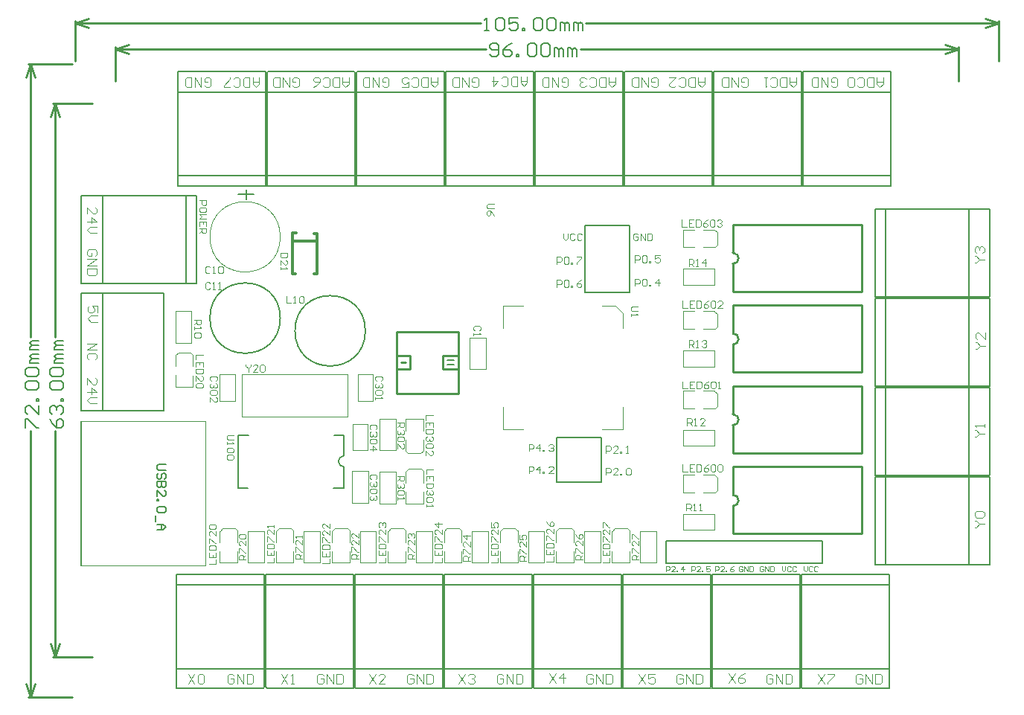
<source format=gto>
%FSLAX25Y25*%
%MOIN*%
G70*
G01*
G75*
G04 Layer_Color=65535*
%ADD10R,0.05512X0.04724*%
%ADD11R,0.04921X0.03543*%
%ADD12R,0.33465X0.42126*%
%ADD13R,0.12205X0.04331*%
%ADD14R,0.05906X0.03937*%
%ADD15R,0.05906X0.05906*%
%ADD16R,0.01969X0.07874*%
%ADD17O,0.01969X0.07874*%
%ADD18R,0.03937X0.05906*%
%ADD19R,0.04724X0.05512*%
%ADD20R,0.01969X0.06890*%
%ADD21O,0.01969X0.06890*%
%ADD22O,0.06890X0.01969*%
%ADD23C,0.03937*%
%ADD24C,0.01969*%
%ADD25C,0.01000*%
%ADD26C,0.02362*%
%ADD27C,0.03150*%
%ADD28C,0.01575*%
%ADD29C,0.11811*%
%ADD30C,0.05906*%
%ADD31C,0.06693*%
%ADD32R,0.07087X0.07087*%
%ADD33C,0.07874*%
%ADD34R,0.07087X0.07087*%
%ADD35C,0.07480*%
%ADD36R,0.06693X0.06693*%
%ADD37C,0.10630*%
%ADD38R,0.09843X0.09843*%
%ADD39R,0.09843X0.09843*%
%ADD40C,0.17716*%
%ADD41C,0.04724*%
%ADD42R,0.04724X0.04724*%
G04:AMPARAMS|DCode=43|XSize=98.43mil|YSize=118.11mil|CornerRadius=24.61mil|HoleSize=0mil|Usage=FLASHONLY|Rotation=90.000|XOffset=0mil|YOffset=0mil|HoleType=Round|Shape=RoundedRectangle|*
%AMROUNDEDRECTD43*
21,1,0.09843,0.06890,0,0,90.0*
21,1,0.04921,0.11811,0,0,90.0*
1,1,0.04921,0.03445,0.02461*
1,1,0.04921,0.03445,-0.02461*
1,1,0.04921,-0.03445,-0.02461*
1,1,0.04921,-0.03445,0.02461*
%
%ADD43ROUNDEDRECTD43*%
%ADD44R,0.11811X0.09843*%
%ADD45C,0.04724*%
%ADD46R,0.04724X0.04724*%
%ADD47C,0.06200*%
%ADD48R,0.05906X0.05906*%
%ADD49C,0.01969*%
%ADD50C,0.02362*%
%ADD51R,0.02362X0.05906*%
%ADD52R,0.04724X0.03937*%
%ADD53R,0.04724X0.03543*%
%ADD54R,0.05118X0.03543*%
%ADD55C,0.00787*%
%ADD56C,0.00394*%
%ADD57C,0.00400*%
%ADD58C,0.00500*%
%ADD59C,0.01200*%
%ADD60C,0.00591*%
%ADD61C,0.00600*%
%ADD62C,0.00236*%
D25*
X487500Y260500D02*
G03*
X487500Y265500I0J2500D01*
G01*
Y369000D02*
G03*
X487500Y374000I0J2500D01*
G01*
Y296667D02*
G03*
X487500Y301667I0J2500D01*
G01*
Y332833D02*
G03*
X487500Y337833I0J2500D01*
G01*
X606386Y459858D02*
Y477969D01*
X193000Y459858D02*
Y477969D01*
X421686Y476968D02*
X606386D01*
X193000D02*
X374500D01*
X600386Y478968D02*
X606386Y476968D01*
X600386Y474968D02*
X606386Y476968D01*
X193000D02*
X199000Y474968D01*
X193000Y476968D02*
X199000Y478968D01*
X171835Y175000D02*
X191606D01*
X171835Y458465D02*
X191606D01*
X172835Y175000D02*
Y294039D01*
Y336226D02*
Y458465D01*
Y175000D02*
X174835Y181000D01*
X170835D02*
X172835Y175000D01*
X170835Y452465D02*
X172835Y458465D01*
X174835Y452465D01*
X588669Y451006D02*
Y466354D01*
X210717Y451006D02*
Y466354D01*
X419187Y465354D02*
X588669D01*
X210717D02*
X376999D01*
X582669Y467354D02*
X588669Y465354D01*
X582669Y463354D02*
X588669Y465354D01*
X210717D02*
X216717Y463354D01*
X210717Y465354D02*
X216717Y467354D01*
X182858Y192717D02*
X200458D01*
X182858Y440748D02*
X200458D01*
X183858Y192717D02*
Y294039D01*
Y336226D02*
Y440748D01*
Y192717D02*
X185858Y198716D01*
X181858D02*
X183858Y192717D01*
X181858Y434748D02*
X183858Y440748D01*
X185858Y434748D01*
X357669Y321827D02*
X364559D01*
X357669D02*
Y327732D01*
X364559D01*
X342905Y321827D02*
Y327732D01*
X337000Y321827D02*
X342905D01*
X337000Y327732D02*
X342905D01*
X338968Y324780D02*
X340937D01*
X337000Y311000D02*
X364559D01*
Y338559D01*
X337000Y311000D02*
Y338559D01*
Y338559D02*
X364559Y338559D01*
X487500Y258256D02*
Y260500D01*
Y265500D02*
Y267744D01*
Y267370D02*
Y278098D01*
Y248177D02*
Y251740D01*
Y258807D01*
Y248177D02*
X545374D01*
X487500Y278098D02*
X545374Y278098D01*
Y248177D02*
Y277980D01*
X487500Y366756D02*
Y369000D01*
Y374000D02*
Y376244D01*
Y375870D02*
Y386598D01*
Y356677D02*
Y360240D01*
Y367307D01*
Y356677D02*
X545374D01*
X487500Y386598D02*
X545374Y386598D01*
Y356677D02*
Y386480D01*
X487500Y294422D02*
Y296667D01*
Y301667D02*
Y303911D01*
Y303537D02*
Y314265D01*
Y284344D02*
Y287907D01*
Y294974D01*
Y284344D02*
X545374D01*
X487500Y314265D02*
X545374Y314265D01*
Y284344D02*
Y314147D01*
X487500Y330589D02*
Y332833D01*
Y337833D02*
Y340077D01*
Y339703D02*
Y350432D01*
Y320510D02*
Y324073D01*
Y331140D01*
Y320510D02*
X545374D01*
X487500Y350432D02*
X545374Y350432D01*
Y320510D02*
Y350313D01*
D55*
X284732Y344685D02*
G03*
X284732Y344685I-15748J0D01*
G01*
X322843Y339000D02*
G03*
X322843Y339000I-15748J0D01*
G01*
X313354Y283012D02*
G03*
X313354Y278012I0J-2500D01*
G01*
X269394Y397827D02*
Y402315D01*
X265968Y400307D02*
X272858D01*
X518815Y408465D02*
X558185D01*
X518815Y403740D02*
Y445866D01*
Y403740D02*
X558185D01*
Y445866D01*
X518815D02*
X558185D01*
X478815Y445866D02*
X518185D01*
Y403740D02*
Y445866D01*
X478815Y403740D02*
X518185D01*
X478815D02*
Y445866D01*
Y408465D02*
X518185D01*
X438815D02*
X478185D01*
X438815Y403740D02*
Y445866D01*
Y403740D02*
X478185D01*
Y445866D01*
X438815D02*
X478185D01*
X398815D02*
X438185D01*
Y403740D02*
Y445866D01*
X398815Y403740D02*
X438185D01*
X398815D02*
Y445866D01*
Y408465D02*
X438185D01*
X358815D02*
X398185D01*
X358815Y403740D02*
Y445866D01*
Y403740D02*
X398185D01*
Y445866D01*
X358815D02*
X398185D01*
X318815D02*
X358185D01*
Y403740D02*
Y445866D01*
X318815Y403740D02*
X358185D01*
X318815D02*
Y445866D01*
Y408465D02*
X358185D01*
X278815D02*
X318185D01*
X278815Y403740D02*
Y445866D01*
Y403740D02*
X318185D01*
Y445866D01*
X278815D02*
X318185D01*
X238815D02*
X278185D01*
Y403740D02*
Y445866D01*
X238815Y403740D02*
X278185D01*
X238815D02*
Y445866D01*
Y408465D02*
X278185D01*
X242535Y360315D02*
Y399685D01*
X205134Y360315D02*
X247260D01*
Y399685D01*
X205134D02*
X247260D01*
X205134Y360315D02*
Y399685D01*
X238315Y187634D02*
X277685D01*
X238315D02*
Y229760D01*
X277685D01*
Y187634D02*
Y229760D01*
X238315Y225035D02*
X277685D01*
X278315D02*
X317685D01*
Y187634D02*
Y229760D01*
X278315D02*
X317685D01*
X278315Y187634D02*
Y229760D01*
Y187634D02*
X317685D01*
X318315D02*
X357685D01*
X318315D02*
Y229760D01*
X357685D01*
Y187634D02*
Y229760D01*
X318315Y225035D02*
X357685D01*
X358315D02*
X397685D01*
Y187634D02*
Y229760D01*
X358315D02*
X397685D01*
X358315Y187634D02*
Y229760D01*
Y187634D02*
X397685D01*
X398315D02*
X437685D01*
X398315D02*
Y229760D01*
X437685D01*
Y187634D02*
Y229760D01*
X398315Y225035D02*
X437685D01*
X438315D02*
X477685D01*
Y187634D02*
Y229760D01*
X438315D02*
X477685D01*
X438315Y187634D02*
Y229760D01*
Y187634D02*
X477685D01*
X478315D02*
X517685D01*
X478315D02*
Y229760D01*
X517685D01*
Y187634D02*
Y229760D01*
X478315Y225035D02*
X517685D01*
X518315D02*
X557685D01*
Y187634D02*
Y229760D01*
X518315D02*
X557685D01*
X518315Y187634D02*
Y229760D01*
Y187634D02*
X557685D01*
X593366Y234315D02*
Y273685D01*
X551240Y234315D02*
X593366D01*
X551240D02*
Y273685D01*
X593366D01*
X555965Y234315D02*
Y273685D01*
X555965Y274315D02*
Y313685D01*
X551240D02*
X593366D01*
X551240Y274315D02*
Y313685D01*
Y274315D02*
X593366D01*
Y313685D01*
Y314315D02*
Y353685D01*
X551240Y314315D02*
X593366D01*
X551240D02*
Y353685D01*
X593366D01*
X555965Y314315D02*
Y353685D01*
X555965Y354315D02*
Y393685D01*
X551240D02*
X593366D01*
X551240Y354315D02*
Y393685D01*
Y354315D02*
X593366D01*
Y393685D01*
X205134Y303126D02*
X232693D01*
X205134Y355882D02*
X232693D01*
X205134Y303126D02*
Y355882D01*
X232693Y303126D02*
Y355882D01*
X313354Y283154D02*
Y292323D01*
X308890D02*
X313354D01*
X265992D02*
X270468D01*
X265992D02*
X265992Y268701D01*
X270311D01*
X308669D02*
X313354D01*
Y268776D02*
Y278012D01*
X238315Y178976D02*
Y187634D01*
Y178976D02*
X277252D01*
X277685Y179409D02*
Y187634D01*
X277252Y178976D02*
X277685Y179409D01*
X278315Y179488D02*
Y187634D01*
Y179488D02*
X278827Y178976D01*
X317409D01*
X317685Y179252D02*
Y187634D01*
X317409Y178976D02*
X317685Y179252D01*
X318315D02*
Y187634D01*
Y179252D02*
X318590Y178976D01*
X357685D01*
Y179095D02*
Y187634D01*
X358315Y178976D02*
Y187634D01*
Y178976D02*
X397331D01*
X397685Y179331D02*
Y187634D01*
X397331Y178976D02*
X397685Y179331D01*
X398315Y179173D02*
Y187634D01*
Y179173D02*
X398512Y178976D01*
X437685D01*
Y179173D02*
Y187634D01*
X438315Y178937D02*
Y187634D01*
Y178937D02*
X477685D01*
Y179370D02*
Y187634D01*
X478315Y178937D02*
Y187634D01*
Y178937D02*
X517410D01*
X517685Y179213D02*
Y187634D01*
X517410Y178937D02*
X517685Y179213D01*
X518315D02*
Y187634D01*
Y179213D02*
X518590Y178937D01*
X557567D01*
X557685Y179055D02*
Y187634D01*
X557567Y178937D02*
X557685Y179055D01*
X593366Y234315D02*
X602583D01*
Y273425D01*
X593366Y273685D02*
X602323D01*
X602583Y273425D01*
X593366Y274315D02*
X602291D01*
X602583Y274606D01*
Y313189D01*
X593366Y313685D02*
X602480D01*
X602583Y313583D01*
Y313189D02*
Y313583D01*
X593366Y314315D02*
X602528D01*
X602583Y314370D01*
Y353630D01*
X593366Y353685D02*
X602528D01*
X602583Y353630D01*
X593366Y354315D02*
X602370D01*
X602583Y354528D01*
Y393504D01*
X593366Y393685D02*
X602402D01*
X602583Y393504D01*
X238815Y445079D02*
Y455067D01*
X278185D01*
Y445866D02*
Y454921D01*
X278039Y455067D02*
X278185Y454921D01*
X278815Y445866D02*
Y454661D01*
X279221Y455067D01*
X317803D01*
X318185Y445866D02*
Y454685D01*
X317803Y455067D02*
X318185Y454685D01*
X318815Y445866D02*
Y454504D01*
X319378Y455067D01*
X358185D01*
Y445866D02*
Y455067D01*
X358815Y445866D02*
Y455067D01*
X398118D01*
X398185Y445866D02*
Y455000D01*
X398118Y455067D02*
X398185Y455000D01*
X398815Y445866D02*
Y455067D01*
X437882D01*
X438185Y445866D02*
Y454764D01*
X437882Y455067D02*
X438185Y454764D01*
X438815Y445866D02*
Y454819D01*
X439063Y455067D01*
X478039D01*
X478185Y445866D02*
Y454921D01*
X478039Y455067D02*
X478185Y454921D01*
X478815Y445866D02*
Y455067D01*
X518197D01*
X518185Y445866D02*
Y455055D01*
X518197Y455067D01*
X518815Y445866D02*
Y454898D01*
X518984Y455067D01*
X558185D01*
Y445866D02*
Y455067D01*
X195535Y303126D02*
X205134D01*
X195709Y355882D02*
X205134D01*
X195535Y355709D02*
X195709Y355882D01*
X195638Y360315D02*
X205134D01*
X195535Y303126D02*
Y355882D01*
X195638Y399685D02*
X205134D01*
X195638Y360315D02*
Y399685D01*
X428386Y271220D02*
Y291220D01*
X408386D02*
X428386D01*
X408386Y271220D02*
X428386D01*
X408386D02*
Y291220D01*
X421378Y375269D02*
X421378Y356102D01*
X421378Y386102D02*
X421378Y356102D01*
X441378D02*
Y386102D01*
X421378D02*
X441378D01*
X421378Y356102D02*
X441378D01*
X457441Y234764D02*
X527441D01*
Y244764D01*
X457441D02*
X527441D01*
X457441Y234764D02*
Y244764D01*
D56*
X284748Y381091D02*
G03*
X284748Y381091I-15748J0D01*
G01*
X316937Y276142D02*
X324181D01*
X316937Y262008D02*
Y276142D01*
Y262008D02*
X324181D01*
Y276142D01*
X369693Y321890D02*
X376937D01*
Y336024D01*
X369693D02*
X376937D01*
X369693Y321890D02*
Y336024D01*
X317165Y297323D02*
X323898D01*
X317165Y285472D02*
X323898D01*
Y297323D01*
X317165Y285472D02*
Y297323D01*
X265575Y235063D02*
Y240260D01*
X257701Y235063D02*
Y240307D01*
Y235063D02*
X265575D01*
X257701Y244291D02*
Y249236D01*
X265575Y244280D02*
Y249429D01*
X264547Y250468D02*
X265567Y249449D01*
X258953Y250468D02*
X264547D01*
X257772Y249287D02*
X258953Y250468D01*
X277493Y235063D02*
Y249197D01*
X270249Y235063D02*
X277493D01*
X270249D02*
Y249197D01*
X277493D01*
X290671Y235063D02*
Y240260D01*
X282797Y235063D02*
Y240307D01*
Y235063D02*
X290671D01*
X282797Y244291D02*
Y249236D01*
X290671Y244280D02*
Y249429D01*
X289643Y250468D02*
X290663Y249449D01*
X284049Y250468D02*
X289643D01*
X282868Y249287D02*
X284049Y250468D01*
X302589Y235063D02*
Y249197D01*
X295345Y235063D02*
X302589D01*
X295345D02*
Y249197D01*
X302589D01*
X315767Y235063D02*
Y240260D01*
X307893Y235063D02*
Y240307D01*
Y235063D02*
X315767D01*
X307893Y244291D02*
Y249236D01*
X315767Y244280D02*
Y249429D01*
X314739Y250468D02*
X315759Y249449D01*
X309145Y250468D02*
X314739D01*
X307964Y249287D02*
X309145Y250468D01*
X327685Y235063D02*
Y249197D01*
X320441Y235063D02*
X327685D01*
X320441D02*
Y249197D01*
X327685D01*
X340863Y235063D02*
Y240260D01*
X332989Y235063D02*
Y240307D01*
Y235063D02*
X340863D01*
X332989Y244291D02*
Y249236D01*
X340863Y244280D02*
Y249429D01*
X339835Y250468D02*
X340855Y249449D01*
X334241Y250468D02*
X339835D01*
X333060Y249287D02*
X334241Y250468D01*
X352781Y235063D02*
Y249197D01*
X345537Y235063D02*
X352781D01*
X345537D02*
Y249197D01*
X352781D01*
X365959Y235063D02*
Y240260D01*
X358085Y235063D02*
Y240307D01*
Y235063D02*
X365959D01*
X358085Y244291D02*
Y249236D01*
X365959Y244280D02*
Y249429D01*
X364932Y250468D02*
X365951Y249449D01*
X359337Y250468D02*
X364932D01*
X358156Y249287D02*
X359337Y250468D01*
X377877Y235063D02*
Y249197D01*
X370633Y235063D02*
X377877D01*
X370633D02*
Y249197D01*
X377877D01*
X391055Y235063D02*
Y240260D01*
X383181Y235063D02*
Y240307D01*
Y235063D02*
X391055D01*
X383181Y244291D02*
Y249236D01*
X391055Y244280D02*
Y249429D01*
X390027Y250468D02*
X391047Y249449D01*
X384433Y250468D02*
X390027D01*
X383252Y249287D02*
X384433Y250468D01*
X402973Y235063D02*
Y249197D01*
X395729Y235063D02*
X402973D01*
X395729D02*
Y249197D01*
X402973D01*
X416151Y235063D02*
Y240260D01*
X408277Y235063D02*
Y240307D01*
Y235063D02*
X416151D01*
X408277Y244291D02*
Y249236D01*
X416151Y244280D02*
Y249429D01*
X415124Y250468D02*
X416143Y249449D01*
X409529Y250468D02*
X415124D01*
X408348Y249287D02*
X409529Y250468D01*
X428069Y235063D02*
Y249197D01*
X420825Y235063D02*
X428069D01*
X420825D02*
Y249197D01*
X428069D01*
X245677Y313819D02*
Y319016D01*
X237803Y313819D02*
Y319063D01*
Y313819D02*
X245677D01*
X237803Y323047D02*
Y327992D01*
X245677Y323035D02*
Y328185D01*
X244650Y329224D02*
X245669Y328205D01*
X239055Y329224D02*
X244650D01*
X237874Y328043D02*
X239055Y329224D01*
X441247Y235063D02*
Y240260D01*
X433373Y235063D02*
Y240307D01*
Y235063D02*
X441247D01*
X433373Y244291D02*
Y249236D01*
X441247Y244280D02*
Y249429D01*
X440220Y250468D02*
X441239Y249449D01*
X434625Y250468D02*
X440220D01*
X433444Y249287D02*
X434625Y250468D01*
X453165Y235063D02*
Y249197D01*
X445921Y235063D02*
X453165D01*
X445921D02*
Y249197D01*
X453165D01*
X237803Y347835D02*
X237803Y333701D01*
X237803Y347835D02*
X245047D01*
X245047Y333701D02*
X245047Y347835D01*
X237803Y333701D02*
X245047D01*
X348843Y261693D02*
Y266890D01*
X340968Y261693D02*
Y266937D01*
Y261693D02*
X348843D01*
X340968Y270921D02*
Y275866D01*
X348843Y270909D02*
Y276059D01*
X347815Y277098D02*
X348835Y276079D01*
X342220Y277098D02*
X347815D01*
X341039Y275917D02*
X342220Y277098D01*
X329283Y275756D02*
X329283Y261622D01*
X329283Y275756D02*
X336528D01*
X336528Y261622D02*
X336528Y275756D01*
X329283Y261622D02*
X336528D01*
X340968Y294323D02*
Y299520D01*
X348843Y294276D02*
Y299520D01*
X340968D02*
X348843D01*
Y285347D02*
Y290291D01*
X340968Y285154D02*
Y290303D01*
X340976Y285134D02*
X341996Y284114D01*
X347591D01*
X348772Y285295D01*
X336528Y299590D02*
X336528Y285457D01*
X329283D02*
X336528D01*
X329283D02*
X329283Y299590D01*
X336528D01*
X267646Y300590D02*
X314890D01*
X267646D02*
Y319488D01*
X314890D01*
Y300590D02*
Y319488D01*
X326228Y307598D02*
Y319449D01*
X319496Y319449D02*
X319496Y307598D01*
X319496Y319449D02*
X326228Y319449D01*
X319496Y307598D02*
X326228D01*
X465055Y266584D02*
X470252D01*
X465055Y274458D02*
X470299D01*
X465055Y266584D02*
Y274458D01*
X474284D02*
X479228D01*
X474272Y266584D02*
X479421D01*
X479441Y266592D02*
X480461Y267611D01*
Y273206D01*
X479280Y274387D02*
X480461Y273206D01*
X264417Y307598D02*
Y319449D01*
X257685Y319449D02*
X257685Y307598D01*
X257685Y319449D02*
X264417Y319449D01*
X257685Y307598D02*
X264417Y307598D01*
X465055Y249772D02*
X479189D01*
X465055D02*
Y257016D01*
X479189D01*
Y249772D02*
Y257016D01*
X465055Y376457D02*
X470252D01*
X465055Y384331D02*
X470299D01*
X465055Y376457D02*
Y384331D01*
X474284D02*
X479228D01*
X474272Y376457D02*
X479421D01*
X479441Y376465D02*
X480461Y377484D01*
Y383079D01*
X479280Y384260D02*
X480461Y383079D01*
X465055Y304208D02*
X470252D01*
X465055Y312082D02*
X470299D01*
X465055Y304208D02*
Y312082D01*
X474284D02*
X479228D01*
X474272Y304208D02*
X479421D01*
X479441Y304216D02*
X480461Y305236D01*
Y310830D01*
X479280Y312011D02*
X480461Y310830D01*
X465055Y339832D02*
X470252D01*
X465055Y347706D02*
X470299D01*
X465055Y339832D02*
Y347706D01*
X474284D02*
X479228D01*
X474272Y339832D02*
X479421D01*
X479441Y339840D02*
X480461Y340860D01*
Y346454D01*
X479280Y347636D02*
X480461Y346454D01*
X465055Y359645D02*
X479189D01*
X465055D02*
Y366889D01*
X479189D01*
Y359645D02*
Y366889D01*
X465055Y287396D02*
X479189D01*
X465055D02*
Y294640D01*
X479189D01*
Y287396D02*
Y294640D01*
X465055Y323020D02*
X479189D01*
X465055D02*
Y330264D01*
X479189D01*
Y323020D02*
Y330264D01*
X428968Y350248D02*
X434874Y350248D01*
X384382D02*
X393535D01*
X384382Y340307D02*
Y350248D01*
Y294933D02*
Y304874D01*
Y294933D02*
X393535D01*
X428968D02*
X438122D01*
Y304874D01*
Y340307D02*
Y347000D01*
X434874Y350248D02*
X438122Y347000D01*
X269378Y323818D02*
Y323293D01*
X270427Y322244D01*
X271477Y323293D01*
Y323818D01*
X270427Y322244D02*
Y320669D01*
X274626D02*
X272527D01*
X274626Y322768D01*
Y323293D01*
X274101Y323818D01*
X273051D01*
X272527Y323293D01*
X275675D02*
X276200Y323818D01*
X277249D01*
X277774Y323293D01*
Y321194D01*
X277249Y320669D01*
X276200D01*
X275675Y321194D01*
Y323293D01*
X595757Y369488D02*
X596479D01*
X597922Y370931D01*
X596479Y372374D01*
X595757D01*
X597922Y370931D02*
X600087D01*
X596479Y373817D02*
X595757Y374539D01*
Y375982D01*
X596479Y376704D01*
X597200D01*
X597922Y375982D01*
Y375261D01*
Y375982D01*
X598643Y376704D01*
X599365D01*
X600087Y375982D01*
Y374539D01*
X599365Y373817D01*
X596151Y330906D02*
X596873D01*
X598316Y332349D01*
X596873Y333792D01*
X596151D01*
X598316Y332349D02*
X600480D01*
Y338121D02*
Y335235D01*
X597594Y338121D01*
X596873D01*
X596151Y337400D01*
Y335956D01*
X596873Y335235D01*
X595757Y291535D02*
X596479D01*
X597922Y292979D01*
X596479Y294422D01*
X595757D01*
X597922Y292979D02*
X600087D01*
Y295865D02*
Y297308D01*
Y296586D01*
X595757D01*
X596479Y295865D01*
X595757Y250984D02*
X596479D01*
X597922Y252427D01*
X596479Y253871D01*
X595757D01*
X597922Y252427D02*
X600087D01*
X596479Y255314D02*
X595757Y256035D01*
Y257478D01*
X596479Y258200D01*
X599365D01*
X600087Y257478D01*
Y256035D01*
X599365Y255314D01*
X596479D01*
X525677Y185235D02*
X528563Y180905D01*
Y185235D02*
X525677Y180905D01*
X530007Y185235D02*
X532893D01*
Y184513D01*
X530007Y181627D01*
Y180905D01*
X485520Y185628D02*
X488406Y181299D01*
Y185628D02*
X485520Y181299D01*
X492735Y185628D02*
X491292Y184907D01*
X489849Y183464D01*
Y182021D01*
X490571Y181299D01*
X492014D01*
X492735Y182021D01*
Y182742D01*
X492014Y183464D01*
X489849D01*
X445362Y185235D02*
X448248Y180905D01*
Y185235D02*
X445362Y180905D01*
X452578Y185235D02*
X449691D01*
Y183070D01*
X451135Y183792D01*
X451856D01*
X452578Y183070D01*
Y181627D01*
X451856Y180905D01*
X450413D01*
X449691Y181627D01*
X405205Y185628D02*
X408091Y181299D01*
Y185628D02*
X405205Y181299D01*
X411699D02*
Y185628D01*
X409534Y183464D01*
X412420D01*
X364653Y185235D02*
X367540Y180905D01*
Y185235D02*
X364653Y180905D01*
X368983Y184513D02*
X369704Y185235D01*
X371147D01*
X371869Y184513D01*
Y183792D01*
X371147Y183070D01*
X370426D01*
X371147D01*
X371869Y182349D01*
Y181627D01*
X371147Y180905D01*
X369704D01*
X368983Y181627D01*
X324496Y185235D02*
X327382Y180905D01*
Y185235D02*
X324496Y180905D01*
X331712D02*
X328825D01*
X331712Y183792D01*
Y184513D01*
X330990Y185235D01*
X329547D01*
X328825Y184513D01*
X285126Y185235D02*
X288012Y180905D01*
Y185235D02*
X285126Y180905D01*
X289455D02*
X290898D01*
X290177D01*
Y185235D01*
X289455Y184513D01*
X243394Y185235D02*
X246280Y180905D01*
Y185235D02*
X243394Y180905D01*
X247723Y184513D02*
X248445Y185235D01*
X249888D01*
X250609Y184513D01*
Y181627D01*
X249888Y180905D01*
X248445D01*
X247723Y181627D01*
Y184513D01*
X263865Y292323D02*
X261241D01*
X260717Y291798D01*
Y290749D01*
X261241Y290224D01*
X263865D01*
X260717Y289174D02*
Y288125D01*
Y288650D01*
X263865D01*
X263340Y289174D01*
Y286550D02*
X263865Y286026D01*
Y284976D01*
X263340Y284451D01*
X261241D01*
X260717Y284976D01*
Y286026D01*
X261241Y286550D01*
X263340D01*
Y283402D02*
X263865Y282877D01*
Y281827D01*
X263340Y281303D01*
X261241D01*
X260717Y281827D01*
Y282877D01*
X261241Y283402D01*
X263340D01*
X380401Y395866D02*
X377777D01*
X377252Y395341D01*
Y394292D01*
X377777Y393767D01*
X380401D01*
Y390618D02*
X379876Y391668D01*
X378826Y392718D01*
X377777D01*
X377252Y392193D01*
Y391143D01*
X377777Y390618D01*
X378302D01*
X378826Y391143D01*
Y392718D01*
X444899Y349850D02*
X442275D01*
X441750Y349325D01*
Y348276D01*
X442275Y347751D01*
X444899D01*
X441750Y346701D02*
Y345652D01*
Y346177D01*
X444899D01*
X444374Y346701D01*
X445362Y236417D02*
X442214D01*
Y237992D01*
X442738Y238516D01*
X443788D01*
X444313Y237992D01*
Y236417D01*
Y237467D02*
X445362Y238516D01*
X442214Y239566D02*
Y241665D01*
X442738D01*
X444837Y239566D01*
X445362D01*
Y244814D02*
Y242715D01*
X443263Y244814D01*
X442738D01*
X442214Y244289D01*
Y243239D01*
X442738Y242715D01*
X442214Y245863D02*
Y247962D01*
X442738D01*
X444837Y245863D01*
X445362D01*
X420165Y236417D02*
X417017D01*
Y237992D01*
X417542Y238516D01*
X418591D01*
X419116Y237992D01*
Y236417D01*
Y237467D02*
X420165Y238516D01*
X417017Y239566D02*
Y241665D01*
X417542D01*
X419641Y239566D01*
X420165D01*
Y244814D02*
Y242715D01*
X418066Y244814D01*
X417542D01*
X417017Y244289D01*
Y243239D01*
X417542Y242715D01*
X417017Y247962D02*
X417542Y246913D01*
X418591Y245863D01*
X419641D01*
X420165Y246388D01*
Y247437D01*
X419641Y247962D01*
X419116D01*
X418591Y247437D01*
Y245863D01*
X394969Y236024D02*
X391820D01*
Y237598D01*
X392345Y238123D01*
X393394D01*
X393919Y237598D01*
Y236024D01*
Y237073D02*
X394969Y238123D01*
X391820Y239172D02*
Y241271D01*
X392345D01*
X394444Y239172D01*
X394969D01*
Y244420D02*
Y242321D01*
X392869Y244420D01*
X392345D01*
X391820Y243895D01*
Y242846D01*
X392345Y242321D01*
X391820Y247568D02*
Y245469D01*
X393394D01*
X392869Y246519D01*
Y247044D01*
X393394Y247568D01*
X394444D01*
X394969Y247044D01*
Y245994D01*
X394444Y245469D01*
X369772Y236024D02*
X366623D01*
Y237598D01*
X367148Y238123D01*
X368197D01*
X368722Y237598D01*
Y236024D01*
Y237073D02*
X369772Y238123D01*
X366623Y239172D02*
Y241271D01*
X367148D01*
X369247Y239172D01*
X369772D01*
Y244420D02*
Y242321D01*
X367673Y244420D01*
X367148D01*
X366623Y243895D01*
Y242846D01*
X367148Y242321D01*
X369772Y247044D02*
X366623D01*
X368197Y245469D01*
Y247568D01*
X344969Y236811D02*
X341820D01*
Y238385D01*
X342345Y238910D01*
X343394D01*
X343919Y238385D01*
Y236811D01*
Y237861D02*
X344969Y238910D01*
X341820Y239960D02*
Y242059D01*
X342345D01*
X344444Y239960D01*
X344969D01*
Y245207D02*
Y243108D01*
X342869Y245207D01*
X342345D01*
X341820Y244683D01*
Y243633D01*
X342345Y243108D01*
Y246257D02*
X341820Y246782D01*
Y247831D01*
X342345Y248356D01*
X342869D01*
X343394Y247831D01*
Y247306D01*
Y247831D01*
X343919Y248356D01*
X344444D01*
X344969Y247831D01*
Y246782D01*
X344444Y246257D01*
X319772Y236811D02*
X316623D01*
Y238385D01*
X317148Y238910D01*
X318197D01*
X318722Y238385D01*
Y236811D01*
Y237861D02*
X319772Y238910D01*
X316623Y239960D02*
Y242059D01*
X317148D01*
X319247Y239960D01*
X319772D01*
Y245207D02*
Y243108D01*
X317673Y245207D01*
X317148D01*
X316623Y244683D01*
Y243633D01*
X317148Y243108D01*
X319772Y248356D02*
Y246257D01*
X317673Y248356D01*
X317148D01*
X316623Y247831D01*
Y246782D01*
X317148Y246257D01*
X294575Y236811D02*
X291426D01*
Y238385D01*
X291951Y238910D01*
X293001D01*
X293525Y238385D01*
Y236811D01*
Y237861D02*
X294575Y238910D01*
X291426Y239960D02*
Y242059D01*
X291951D01*
X294050Y239960D01*
X294575D01*
Y245207D02*
Y243108D01*
X292476Y245207D01*
X291951D01*
X291426Y244683D01*
Y243633D01*
X291951Y243108D01*
X294575Y246257D02*
Y247306D01*
Y246782D01*
X291426D01*
X291951Y246257D01*
X269378Y236417D02*
X266229D01*
Y237992D01*
X266754Y238516D01*
X267804D01*
X268328Y237992D01*
Y236417D01*
Y237467D02*
X269378Y238516D01*
X266229Y239566D02*
Y241665D01*
X266754D01*
X268853Y239566D01*
X269378D01*
Y244814D02*
Y242715D01*
X267279Y244814D01*
X266754D01*
X266229Y244289D01*
Y243239D01*
X266754Y242715D01*
Y245863D02*
X266229Y246388D01*
Y247437D01*
X266754Y247962D01*
X268853D01*
X269378Y247437D01*
Y246388D01*
X268853Y245863D01*
X266754D01*
X337094Y297835D02*
X340243D01*
Y296260D01*
X339718Y295736D01*
X338669D01*
X338144Y296260D01*
Y297835D01*
Y296785D02*
X337094Y295736D01*
X339718Y294686D02*
X340243Y294161D01*
Y293112D01*
X339718Y292587D01*
X339194D01*
X338669Y293112D01*
Y293636D01*
Y293112D01*
X338144Y292587D01*
X337619D01*
X337094Y293112D01*
Y294161D01*
X337619Y294686D01*
X339718Y291537D02*
X340243Y291013D01*
Y289963D01*
X339718Y289438D01*
X337619D01*
X337094Y289963D01*
Y291013D01*
X337619Y291537D01*
X339718D01*
X337094Y286290D02*
Y288389D01*
X339194Y286290D01*
X339718D01*
X340243Y286815D01*
Y287864D01*
X339718Y288389D01*
X337094Y273819D02*
X340243D01*
Y272245D01*
X339718Y271720D01*
X338669D01*
X338144Y272245D01*
Y273819D01*
Y272769D02*
X337094Y271720D01*
X339718Y270670D02*
X340243Y270146D01*
Y269096D01*
X339718Y268571D01*
X339194D01*
X338669Y269096D01*
Y269621D01*
Y269096D01*
X338144Y268571D01*
X337619D01*
X337094Y269096D01*
Y270146D01*
X337619Y270670D01*
X339718Y267522D02*
X340243Y266997D01*
Y265947D01*
X339718Y265423D01*
X337619D01*
X337094Y265947D01*
Y266997D01*
X337619Y267522D01*
X339718D01*
X337094Y264373D02*
Y263324D01*
Y263848D01*
X340243D01*
X339718Y264373D01*
X467803Y367913D02*
Y371062D01*
X469378D01*
X469902Y370537D01*
Y369488D01*
X469378Y368963D01*
X467803D01*
X468853D02*
X469902Y367913D01*
X470952D02*
X472001D01*
X471477D01*
Y371062D01*
X470952Y370537D01*
X475150Y367913D02*
Y371062D01*
X473576Y369488D01*
X475675D01*
X467803Y331693D02*
Y334841D01*
X469378D01*
X469902Y334317D01*
Y333267D01*
X469378Y332742D01*
X467803D01*
X468853D02*
X469902Y331693D01*
X470952D02*
X472001D01*
X471477D01*
Y334841D01*
X470952Y334317D01*
X473576D02*
X474100Y334841D01*
X475150D01*
X475675Y334317D01*
Y333792D01*
X475150Y333267D01*
X474625D01*
X475150D01*
X475675Y332742D01*
Y332218D01*
X475150Y331693D01*
X474100D01*
X473576Y332218D01*
X467016Y296654D02*
Y299802D01*
X468590D01*
X469115Y299277D01*
Y298228D01*
X468590Y297703D01*
X467016D01*
X468065D02*
X469115Y296654D01*
X470164D02*
X471214D01*
X470689D01*
Y299802D01*
X470164Y299277D01*
X474887Y296654D02*
X472788D01*
X474887Y298753D01*
Y299277D01*
X474363Y299802D01*
X473313D01*
X472788Y299277D01*
X466705Y258394D02*
Y261542D01*
X468279D01*
X468804Y261017D01*
Y259968D01*
X468279Y259443D01*
X466705D01*
X467754D02*
X468804Y258394D01*
X469853D02*
X470903D01*
X470378D01*
Y261542D01*
X469853Y261017D01*
X472477Y258394D02*
X473527D01*
X473002D01*
Y261542D01*
X472477Y261017D01*
X246150Y343898D02*
X249298D01*
Y342323D01*
X248773Y341799D01*
X247724D01*
X247199Y342323D01*
Y343898D01*
Y342848D02*
X246150Y341799D01*
Y340749D02*
Y339700D01*
Y340224D01*
X249298D01*
X248773Y340749D01*
Y338125D02*
X249298Y337600D01*
Y336551D01*
X248773Y336026D01*
X246674D01*
X246150Y336551D01*
Y337600D01*
X246674Y338125D01*
X248773D01*
X248512Y397441D02*
X251660D01*
Y395867D01*
X251136Y395342D01*
X250086D01*
X249561Y395867D01*
Y397441D01*
X251660Y392718D02*
Y393768D01*
X251136Y394292D01*
X249037D01*
X248512Y393768D01*
Y392718D01*
X249037Y392193D01*
X251136D01*
X251660Y392718D01*
Y391144D02*
X248512D01*
X249561Y390094D01*
X248512Y389045D01*
X251660D01*
Y385896D02*
Y387995D01*
X248512D01*
Y385896D01*
X250086Y387995D02*
Y386946D01*
X248512Y384847D02*
X251660D01*
Y383272D01*
X251136Y382748D01*
X250086D01*
X249561Y383272D01*
Y384847D01*
Y383797D02*
X248512Y382748D01*
X429221Y235236D02*
X432370D01*
Y237335D01*
X429221Y240484D02*
Y238385D01*
X432370D01*
Y240484D01*
X430796Y238385D02*
Y239434D01*
X429221Y241533D02*
X432370D01*
Y243108D01*
X431845Y243633D01*
X429746D01*
X429221Y243108D01*
Y241533D01*
Y244682D02*
Y246781D01*
X429746D01*
X431845Y244682D01*
X432370D01*
Y249930D02*
Y247831D01*
X430271Y249930D01*
X429746D01*
X429221Y249405D01*
Y248355D01*
X429746Y247831D01*
X429221Y250979D02*
Y253078D01*
X429746D01*
X431845Y250979D01*
X432370D01*
X404025Y235630D02*
X407173D01*
Y237729D01*
X404025Y240878D02*
Y238778D01*
X407173D01*
Y240878D01*
X405599Y238778D02*
Y239828D01*
X404025Y241927D02*
X407173D01*
Y243501D01*
X406648Y244026D01*
X404549D01*
X404025Y243501D01*
Y241927D01*
Y245076D02*
Y247175D01*
X404549D01*
X406648Y245076D01*
X407173D01*
Y250323D02*
Y248224D01*
X405074Y250323D01*
X404549D01*
X404025Y249799D01*
Y248749D01*
X404549Y248224D01*
X404025Y253472D02*
X404549Y252422D01*
X405599Y251373D01*
X406648D01*
X407173Y251898D01*
Y252947D01*
X406648Y253472D01*
X406124D01*
X405599Y252947D01*
Y251373D01*
X379222Y235236D02*
X382370D01*
Y237335D01*
X379222Y240484D02*
Y238385D01*
X382370D01*
Y240484D01*
X380796Y238385D02*
Y239434D01*
X379222Y241533D02*
X382370D01*
Y243108D01*
X381845Y243633D01*
X379746D01*
X379222Y243108D01*
Y241533D01*
Y244682D02*
Y246781D01*
X379746D01*
X381845Y244682D01*
X382370D01*
Y249930D02*
Y247831D01*
X380271Y249930D01*
X379746D01*
X379222Y249405D01*
Y248355D01*
X379746Y247831D01*
X379222Y253078D02*
Y250979D01*
X380796D01*
X380271Y252029D01*
Y252554D01*
X380796Y253078D01*
X381845D01*
X382370Y252554D01*
Y251504D01*
X381845Y250979D01*
X354025Y235236D02*
X357173D01*
Y237335D01*
X354025Y240484D02*
Y238385D01*
X357173D01*
Y240484D01*
X355599Y238385D02*
Y239434D01*
X354025Y241533D02*
X357173D01*
Y243108D01*
X356648Y243633D01*
X354549D01*
X354025Y243108D01*
Y241533D01*
Y244682D02*
Y246781D01*
X354549D01*
X356648Y244682D01*
X357173D01*
Y249930D02*
Y247831D01*
X355074Y249930D01*
X354549D01*
X354025Y249405D01*
Y248355D01*
X354549Y247831D01*
X357173Y252554D02*
X354025D01*
X355599Y250979D01*
Y253078D01*
X328828Y235236D02*
X331976D01*
Y237335D01*
X328828Y240484D02*
Y238385D01*
X331976D01*
Y240484D01*
X330402Y238385D02*
Y239434D01*
X328828Y241533D02*
X331976D01*
Y243108D01*
X331452Y243633D01*
X329353D01*
X328828Y243108D01*
Y241533D01*
Y244682D02*
Y246781D01*
X329353D01*
X331452Y244682D01*
X331976D01*
Y249930D02*
Y247831D01*
X329877Y249930D01*
X329353D01*
X328828Y249405D01*
Y248355D01*
X329353Y247831D01*
Y250979D02*
X328828Y251504D01*
Y252554D01*
X329353Y253078D01*
X329877D01*
X330402Y252554D01*
Y252029D01*
Y252554D01*
X330927Y253078D01*
X331452D01*
X331976Y252554D01*
Y251504D01*
X331452Y250979D01*
X303631Y234842D02*
X306780D01*
Y236942D01*
X303631Y240090D02*
Y237991D01*
X306780D01*
Y240090D01*
X305205Y237991D02*
Y239041D01*
X303631Y241140D02*
X306780D01*
Y242714D01*
X306255Y243239D01*
X304156D01*
X303631Y242714D01*
Y241140D01*
Y244288D02*
Y246387D01*
X304156D01*
X306255Y244288D01*
X306780D01*
Y249536D02*
Y247437D01*
X304680Y249536D01*
X304156D01*
X303631Y249011D01*
Y247962D01*
X304156Y247437D01*
X306780Y252684D02*
Y250586D01*
X304680Y252684D01*
X304156D01*
X303631Y252160D01*
Y251110D01*
X304156Y250586D01*
X278828Y235236D02*
X281976D01*
Y237335D01*
X278828Y240484D02*
Y238385D01*
X281976D01*
Y240484D01*
X280402Y238385D02*
Y239434D01*
X278828Y241533D02*
X281976D01*
Y243108D01*
X281452Y243633D01*
X279353D01*
X278828Y243108D01*
Y241533D01*
Y244682D02*
Y246781D01*
X279353D01*
X281452Y244682D01*
X281976D01*
Y249930D02*
Y247831D01*
X279877Y249930D01*
X279353D01*
X278828Y249405D01*
Y248355D01*
X279353Y247831D01*
X281976Y250979D02*
Y252029D01*
Y251504D01*
X278828D01*
X279353Y250979D01*
X252843Y234449D02*
X255992D01*
Y236548D01*
X252843Y239697D02*
Y237597D01*
X255992D01*
Y239697D01*
X254418Y237597D02*
Y238647D01*
X252843Y240746D02*
X255992D01*
Y242320D01*
X255467Y242845D01*
X253368D01*
X252843Y242320D01*
Y240746D01*
Y243895D02*
Y245994D01*
X253368D01*
X255467Y243895D01*
X255992D01*
Y249142D02*
Y247043D01*
X253893Y249142D01*
X253368D01*
X252843Y248618D01*
Y247568D01*
X253368Y247043D01*
Y250192D02*
X252843Y250716D01*
Y251766D01*
X253368Y252291D01*
X255467D01*
X255992Y251766D01*
Y250716D01*
X255467Y250192D01*
X253368D01*
X464653Y388778D02*
Y385630D01*
X466753D01*
X469901Y388778D02*
X467802D01*
Y385630D01*
X469901D01*
X467802Y387204D02*
X468852D01*
X470951Y388778D02*
Y385630D01*
X472525D01*
X473050Y386155D01*
Y388254D01*
X472525Y388778D01*
X470951D01*
X476198D02*
X475149Y388254D01*
X474099Y387204D01*
Y386155D01*
X474624Y385630D01*
X475674D01*
X476198Y386155D01*
Y386679D01*
X475674Y387204D01*
X474099D01*
X477248Y388254D02*
X477773Y388778D01*
X478822D01*
X479347Y388254D01*
Y386155D01*
X478822Y385630D01*
X477773D01*
X477248Y386155D01*
Y388254D01*
X480397D02*
X480921Y388778D01*
X481971D01*
X482496Y388254D01*
Y387729D01*
X481971Y387204D01*
X481446D01*
X481971D01*
X482496Y386679D01*
Y386155D01*
X481971Y385630D01*
X480921D01*
X480397Y386155D01*
X464968Y352418D02*
Y349269D01*
X467068D01*
X470216Y352418D02*
X468117D01*
Y349269D01*
X470216D01*
X468117Y350844D02*
X469167D01*
X471266Y352418D02*
Y349269D01*
X472840D01*
X473365Y349794D01*
Y351893D01*
X472840Y352418D01*
X471266D01*
X476513D02*
X475464Y351893D01*
X474414Y350844D01*
Y349794D01*
X474939Y349269D01*
X475989D01*
X476513Y349794D01*
Y350319D01*
X475989Y350844D01*
X474414D01*
X477563Y351893D02*
X478088Y352418D01*
X479137D01*
X479662Y351893D01*
Y349794D01*
X479137Y349269D01*
X478088D01*
X477563Y349794D01*
Y351893D01*
X482810Y349269D02*
X480712D01*
X482810Y351368D01*
Y351893D01*
X482286Y352418D01*
X481236D01*
X480712Y351893D01*
X465047Y316338D02*
Y313189D01*
X467146D01*
X470295Y316338D02*
X468196D01*
Y313189D01*
X470295D01*
X468196Y314763D02*
X469245D01*
X471344Y316338D02*
Y313189D01*
X472919D01*
X473444Y313714D01*
Y315813D01*
X472919Y316338D01*
X471344D01*
X476592D02*
X475542Y315813D01*
X474493Y314763D01*
Y313714D01*
X475018Y313189D01*
X476067D01*
X476592Y313714D01*
Y314239D01*
X476067Y314763D01*
X474493D01*
X477642Y315813D02*
X478166Y316338D01*
X479216D01*
X479741Y315813D01*
Y313714D01*
X479216Y313189D01*
X478166D01*
X477642Y313714D01*
Y315813D01*
X480790Y313189D02*
X481840D01*
X481315D01*
Y316338D01*
X480790Y315813D01*
X464968Y279169D02*
Y276021D01*
X467068D01*
X470216Y279169D02*
X468117D01*
Y276021D01*
X470216D01*
X468117Y277595D02*
X469167D01*
X471266Y279169D02*
Y276021D01*
X472840D01*
X473365Y276546D01*
Y278645D01*
X472840Y279169D01*
X471266D01*
X476513D02*
X475464Y278645D01*
X474414Y277595D01*
Y276546D01*
X474939Y276021D01*
X475989D01*
X476513Y276546D01*
Y277070D01*
X475989Y277595D01*
X474414D01*
X477563Y278645D02*
X478088Y279169D01*
X479137D01*
X479662Y278645D01*
Y276546D01*
X479137Y276021D01*
X478088D01*
X477563Y276546D01*
Y278645D01*
X480712D02*
X481236Y279169D01*
X482286D01*
X482810Y278645D01*
Y276546D01*
X482286Y276021D01*
X481236D01*
X480712Y276546D01*
Y278645D01*
X353054Y301106D02*
X349905D01*
Y299007D01*
X353054Y295859D02*
Y297958D01*
X349905D01*
Y295859D01*
X351480Y297958D02*
Y296908D01*
X353054Y294809D02*
X349905D01*
Y293235D01*
X350430Y292710D01*
X352529D01*
X353054Y293235D01*
Y294809D01*
X352529Y291660D02*
X353054Y291136D01*
Y290086D01*
X352529Y289562D01*
X352005D01*
X351480Y290086D01*
Y290611D01*
Y290086D01*
X350955Y289562D01*
X350430D01*
X349905Y290086D01*
Y291136D01*
X350430Y291660D01*
X352529Y288512D02*
X353054Y287987D01*
Y286938D01*
X352529Y286413D01*
X350430D01*
X349905Y286938D01*
Y287987D01*
X350430Y288512D01*
X352529D01*
X349905Y283264D02*
Y285363D01*
X352005Y283264D01*
X352529D01*
X353054Y283789D01*
Y284839D01*
X352529Y285363D01*
X353235Y276969D02*
X350087D01*
Y274869D01*
X353235Y271721D02*
Y273820D01*
X350087D01*
Y271721D01*
X351661Y273820D02*
Y272770D01*
X353235Y270671D02*
X350087D01*
Y269097D01*
X350611Y268572D01*
X352710D01*
X353235Y269097D01*
Y270671D01*
X352710Y267523D02*
X353235Y266998D01*
Y265948D01*
X352710Y265424D01*
X352186D01*
X351661Y265948D01*
Y266473D01*
Y265948D01*
X351136Y265424D01*
X350611D01*
X350087Y265948D01*
Y266998D01*
X350611Y267523D01*
X352710Y264374D02*
X353235Y263849D01*
Y262800D01*
X352710Y262275D01*
X350611D01*
X350087Y262800D01*
Y263849D01*
X350611Y264374D01*
X352710D01*
X350087Y261226D02*
Y260176D01*
Y260701D01*
X353235D01*
X352710Y261226D01*
X250086Y328150D02*
X246937D01*
Y326051D01*
X250086Y322902D02*
Y325001D01*
X246937D01*
Y322902D01*
X248511Y325001D02*
Y323952D01*
X250086Y321852D02*
X246937D01*
Y320278D01*
X247462Y319753D01*
X249561D01*
X250086Y320278D01*
Y321852D01*
X246937Y316605D02*
Y318704D01*
X249036Y316605D01*
X249561D01*
X250086Y317129D01*
Y318179D01*
X249561Y318704D01*
Y315555D02*
X250086Y315031D01*
Y313981D01*
X249561Y313456D01*
X247462D01*
X246937Y313981D01*
Y315031D01*
X247462Y315555D01*
X249561D01*
X287488Y354526D02*
Y351378D01*
X289587D01*
X290637D02*
X291686D01*
X291161D01*
Y354526D01*
X290637Y354002D01*
X293261D02*
X293785Y354526D01*
X294835D01*
X295360Y354002D01*
Y351903D01*
X294835Y351378D01*
X293785D01*
X293261Y351903D01*
Y354002D01*
X287881Y373819D02*
X284732D01*
Y372245D01*
X285257Y371720D01*
X287356D01*
X287881Y372245D01*
Y373819D01*
X284732Y368571D02*
Y370670D01*
X286831Y368571D01*
X287356D01*
X287881Y369096D01*
Y370146D01*
X287356Y370670D01*
X284732Y367522D02*
Y366472D01*
Y366997D01*
X287881D01*
X287356Y367522D01*
X327427Y294751D02*
X327952Y295276D01*
Y296326D01*
X327427Y296850D01*
X325328D01*
X324803Y296326D01*
Y295276D01*
X325328Y294751D01*
X327427Y293702D02*
X327952Y293177D01*
Y292127D01*
X327427Y291603D01*
X326902D01*
X326377Y292127D01*
Y292652D01*
Y292127D01*
X325853Y291603D01*
X325328D01*
X324803Y292127D01*
Y293177D01*
X325328Y293702D01*
X327427Y290553D02*
X327952Y290028D01*
Y288979D01*
X327427Y288454D01*
X325328D01*
X324803Y288979D01*
Y290028D01*
X325328Y290553D01*
X327427D01*
X324803Y285830D02*
X327952D01*
X326377Y287405D01*
Y285306D01*
X327514Y272507D02*
X328038Y273032D01*
Y274081D01*
X327514Y274606D01*
X325414D01*
X324890Y274081D01*
Y273032D01*
X325414Y272507D01*
X327514Y271458D02*
X328038Y270933D01*
Y269883D01*
X327514Y269359D01*
X326989D01*
X326464Y269883D01*
Y270408D01*
Y269883D01*
X325939Y269359D01*
X325414D01*
X324890Y269883D01*
Y270933D01*
X325414Y271458D01*
X327514Y268309D02*
X328038Y267784D01*
Y266735D01*
X327514Y266210D01*
X325414D01*
X324890Y266735D01*
Y267784D01*
X325414Y268309D01*
X327514D01*
Y265160D02*
X328038Y264636D01*
Y263586D01*
X327514Y263061D01*
X326989D01*
X326464Y263586D01*
Y264111D01*
Y263586D01*
X325939Y263061D01*
X325414D01*
X324890Y263586D01*
Y264636D01*
X325414Y265160D01*
X255860Y316602D02*
X256385Y317126D01*
Y318176D01*
X255860Y318701D01*
X253761D01*
X253236Y318176D01*
Y317126D01*
X253761Y316602D01*
X255860Y315552D02*
X256385Y315027D01*
Y313978D01*
X255860Y313453D01*
X255335D01*
X254811Y313978D01*
Y314503D01*
Y313978D01*
X254286Y313453D01*
X253761D01*
X253236Y313978D01*
Y315027D01*
X253761Y315552D01*
X255860Y312404D02*
X256385Y311879D01*
Y310829D01*
X255860Y310305D01*
X253761D01*
X253236Y310829D01*
Y311879D01*
X253761Y312404D01*
X255860D01*
X253236Y307156D02*
Y309255D01*
X255335Y307156D01*
X255860D01*
X256385Y307681D01*
Y308730D01*
X255860Y309255D01*
X329876Y316602D02*
X330401Y317126D01*
Y318176D01*
X329876Y318701D01*
X327777D01*
X327252Y318176D01*
Y317126D01*
X327777Y316602D01*
X329876Y315552D02*
X330401Y315027D01*
Y313978D01*
X329876Y313453D01*
X329351D01*
X328826Y313978D01*
Y314503D01*
Y313978D01*
X328302Y313453D01*
X327777D01*
X327252Y313978D01*
Y315027D01*
X327777Y315552D01*
X329876Y312404D02*
X330401Y311879D01*
Y310829D01*
X329876Y310305D01*
X327777D01*
X327252Y310829D01*
Y311879D01*
X327777Y312404D01*
X329876D01*
X327252Y309255D02*
Y308206D01*
Y308730D01*
X330401D01*
X329876Y309255D01*
X253367Y360301D02*
X252842Y360826D01*
X251793D01*
X251268Y360301D01*
Y358202D01*
X251793Y357677D01*
X252842D01*
X253367Y358202D01*
X254416Y357677D02*
X255466D01*
X254941D01*
Y360826D01*
X254416Y360301D01*
X257040Y357677D02*
X258090D01*
X257565D01*
Y360826D01*
X257040Y360301D01*
X253367Y367388D02*
X252842Y367912D01*
X251793D01*
X251268Y367388D01*
Y365288D01*
X251793Y364764D01*
X252842D01*
X253367Y365288D01*
X254416Y364764D02*
X255466D01*
X254941D01*
Y367912D01*
X254416Y367388D01*
X257040D02*
X257565Y367912D01*
X258614D01*
X259139Y367388D01*
Y365288D01*
X258614Y364764D01*
X257565D01*
X257040Y365288D01*
Y367388D01*
X373970Y339043D02*
X374495Y339567D01*
Y340617D01*
X373970Y341142D01*
X371871D01*
X371346Y340617D01*
Y339567D01*
X371871Y339043D01*
X371346Y337993D02*
Y336944D01*
Y337468D01*
X374495D01*
X373970Y337993D01*
X275284Y452559D02*
Y449673D01*
X273840Y448230D01*
X272397Y449673D01*
Y452559D01*
Y450394D01*
X275284D01*
X270954Y448230D02*
Y452559D01*
X268790D01*
X268068Y451837D01*
Y448951D01*
X268790Y448230D01*
X270954D01*
X263739Y448951D02*
X264460Y448230D01*
X265903D01*
X266625Y448951D01*
Y451837D01*
X265903Y452559D01*
X264460D01*
X263739Y451837D01*
X262296Y448230D02*
X259409D01*
Y448951D01*
X262296Y451837D01*
Y452559D01*
X315441D02*
Y449673D01*
X313998Y448230D01*
X312555Y449673D01*
Y452559D01*
Y450394D01*
X315441D01*
X311112Y448230D02*
Y452559D01*
X308947D01*
X308225Y451837D01*
Y448951D01*
X308947Y448230D01*
X311112D01*
X303896Y448951D02*
X304618Y448230D01*
X306061D01*
X306782Y448951D01*
Y451837D01*
X306061Y452559D01*
X304618D01*
X303896Y451837D01*
X299567Y448230D02*
X301010Y448951D01*
X302453Y450394D01*
Y451837D01*
X301731Y452559D01*
X300288D01*
X299567Y451837D01*
Y451116D01*
X300288Y450394D01*
X302453D01*
X355205Y452559D02*
Y449673D01*
X353762Y448230D01*
X352319Y449673D01*
Y452559D01*
Y450394D01*
X355205D01*
X350875Y448230D02*
Y452559D01*
X348711D01*
X347989Y451837D01*
Y448951D01*
X348711Y448230D01*
X350875D01*
X343660Y448951D02*
X344381Y448230D01*
X345825D01*
X346546Y448951D01*
Y451837D01*
X345825Y452559D01*
X344381D01*
X343660Y451837D01*
X339331Y448230D02*
X342217D01*
Y450394D01*
X340774Y449673D01*
X340052D01*
X339331Y450394D01*
Y451837D01*
X340052Y452559D01*
X341495D01*
X342217Y451837D01*
X395362Y452953D02*
Y450067D01*
X393919Y448623D01*
X392476Y450067D01*
Y452953D01*
Y450788D01*
X395362D01*
X391033Y448623D02*
Y452953D01*
X388868D01*
X388147Y452231D01*
Y449345D01*
X388868Y448623D01*
X391033D01*
X383817Y449345D02*
X384539Y448623D01*
X385982D01*
X386704Y449345D01*
Y452231D01*
X385982Y452953D01*
X384539D01*
X383817Y452231D01*
X380210Y452953D02*
Y448623D01*
X382374Y450788D01*
X379488D01*
X434732Y452559D02*
Y449673D01*
X433289Y448230D01*
X431846Y449673D01*
Y452559D01*
Y450394D01*
X434732D01*
X430403Y448230D02*
Y452559D01*
X428238D01*
X427517Y451837D01*
Y448951D01*
X428238Y448230D01*
X430403D01*
X423187Y448951D02*
X423909Y448230D01*
X425352D01*
X426074Y448951D01*
Y451837D01*
X425352Y452559D01*
X423909D01*
X423187Y451837D01*
X421744Y448951D02*
X421023Y448230D01*
X419580D01*
X418858Y448951D01*
Y449673D01*
X419580Y450394D01*
X420301D01*
X419580D01*
X418858Y451116D01*
Y451837D01*
X419580Y452559D01*
X421023D01*
X421744Y451837D01*
X474890Y452559D02*
Y449673D01*
X473447Y448230D01*
X472004Y449673D01*
Y452559D01*
Y450394D01*
X474890D01*
X470561Y448230D02*
Y452559D01*
X468396D01*
X467674Y451837D01*
Y448951D01*
X468396Y448230D01*
X470561D01*
X463345Y448951D02*
X464067Y448230D01*
X465510D01*
X466231Y448951D01*
Y451837D01*
X465510Y452559D01*
X464067D01*
X463345Y451837D01*
X459016Y452559D02*
X461902D01*
X459016Y449673D01*
Y448951D01*
X459737Y448230D01*
X461180D01*
X461902Y448951D01*
X515835Y452559D02*
Y449673D01*
X514392Y448230D01*
X512948Y449673D01*
Y452559D01*
Y450394D01*
X515835D01*
X511505Y448230D02*
Y452559D01*
X509341D01*
X508619Y451837D01*
Y448951D01*
X509341Y448230D01*
X511505D01*
X504290Y448951D02*
X505011Y448230D01*
X506455D01*
X507176Y448951D01*
Y451837D01*
X506455Y452559D01*
X505011D01*
X504290Y451837D01*
X502847Y452559D02*
X501404D01*
X502125D01*
Y448230D01*
X502847Y448951D01*
X554811Y452559D02*
Y449673D01*
X553368Y448230D01*
X551925Y449673D01*
Y452559D01*
Y450394D01*
X554811D01*
X550482Y448230D02*
Y452559D01*
X548317D01*
X547596Y451837D01*
Y448951D01*
X548317Y448230D01*
X550482D01*
X543266Y448951D02*
X543988Y448230D01*
X545431D01*
X546152Y448951D01*
Y451837D01*
X545431Y452559D01*
X543988D01*
X543266Y451837D01*
X541823Y448951D02*
X541102Y448230D01*
X539658D01*
X538937Y448951D01*
Y451837D01*
X539658Y452559D01*
X541102D01*
X541823Y451837D01*
Y448951D01*
X263997Y184513D02*
X263275Y185235D01*
X261832D01*
X261110Y184513D01*
Y181627D01*
X261832Y180905D01*
X263275D01*
X263997Y181627D01*
Y183070D01*
X262553D01*
X265440Y180905D02*
Y185235D01*
X268326Y180905D01*
Y185235D01*
X269769D02*
Y180905D01*
X271934D01*
X272655Y181627D01*
Y184513D01*
X271934Y185235D01*
X269769D01*
X304210Y184513D02*
X303489Y185235D01*
X302045D01*
X301324Y184513D01*
Y181627D01*
X302045Y180905D01*
X303489D01*
X304210Y181627D01*
Y183070D01*
X302767D01*
X305653Y180905D02*
Y185235D01*
X308540Y180905D01*
Y185235D01*
X309983D02*
Y180905D01*
X312147D01*
X312869Y181627D01*
Y184513D01*
X312147Y185235D01*
X309983D01*
X344424Y184513D02*
X343702Y185235D01*
X342259D01*
X341538Y184513D01*
Y181627D01*
X342259Y180905D01*
X343702D01*
X344424Y181627D01*
Y183070D01*
X342981D01*
X345867Y180905D02*
Y185235D01*
X348753Y180905D01*
Y185235D01*
X350196D02*
Y180905D01*
X352361D01*
X353082Y181627D01*
Y184513D01*
X352361Y185235D01*
X350196D01*
X465065Y184513D02*
X464344Y185235D01*
X462900D01*
X462179Y184513D01*
Y181627D01*
X462900Y180905D01*
X464344D01*
X465065Y181627D01*
Y183070D01*
X463622D01*
X466508Y180905D02*
Y185235D01*
X469394Y180905D01*
Y185235D01*
X470837D02*
Y180905D01*
X473002D01*
X473724Y181627D01*
Y184513D01*
X473002Y185235D01*
X470837D01*
X424851Y184513D02*
X424130Y185235D01*
X422687D01*
X421965Y184513D01*
Y181627D01*
X422687Y180905D01*
X424130D01*
X424851Y181627D01*
Y183070D01*
X423408D01*
X426294Y180905D02*
Y185235D01*
X429181Y180905D01*
Y185235D01*
X430624D02*
Y180905D01*
X432788D01*
X433510Y181627D01*
Y184513D01*
X432788Y185235D01*
X430624D01*
X384638Y184513D02*
X383916Y185235D01*
X382473D01*
X381751Y184513D01*
Y181627D01*
X382473Y180905D01*
X383916D01*
X384638Y181627D01*
Y183070D01*
X383194D01*
X386081Y180905D02*
Y185235D01*
X388967Y180905D01*
Y185235D01*
X390410D02*
Y180905D01*
X392575D01*
X393296Y181627D01*
Y184513D01*
X392575Y185235D01*
X390410D01*
X545493Y184513D02*
X544771Y185235D01*
X543328D01*
X542606Y184513D01*
Y181627D01*
X543328Y180905D01*
X544771D01*
X545493Y181627D01*
Y183070D01*
X544049D01*
X546936Y180905D02*
Y185235D01*
X549822Y180905D01*
Y185235D01*
X551265D02*
Y180905D01*
X553430D01*
X554151Y181627D01*
Y184513D01*
X553430Y185235D01*
X551265D01*
X505279Y184513D02*
X504557Y185235D01*
X503114D01*
X502393Y184513D01*
Y181627D01*
X503114Y180905D01*
X504557D01*
X505279Y181627D01*
Y183070D01*
X503836D01*
X506722Y180905D02*
Y185235D01*
X509608Y180905D01*
Y185235D01*
X511051D02*
Y180905D01*
X513216D01*
X513937Y181627D01*
Y184513D01*
X513216Y185235D01*
X511051D01*
X290170Y448951D02*
X290892Y448230D01*
X292335D01*
X293056Y448951D01*
Y451837D01*
X292335Y452559D01*
X290892D01*
X290170Y451837D01*
Y450394D01*
X291613D01*
X288727Y452559D02*
Y448230D01*
X285841Y452559D01*
Y448230D01*
X284398D02*
Y452559D01*
X282233D01*
X281511Y451837D01*
Y448951D01*
X282233Y448230D01*
X284398D01*
X250744Y448951D02*
X251465Y448230D01*
X252908D01*
X253630Y448951D01*
Y451837D01*
X252908Y452559D01*
X251465D01*
X250744Y451837D01*
Y450394D01*
X252187D01*
X249301Y452559D02*
Y448230D01*
X246414Y452559D01*
Y448230D01*
X244971D02*
Y452559D01*
X242807D01*
X242085Y451837D01*
Y448951D01*
X242807Y448230D01*
X244971D01*
X410811Y448951D02*
X411533Y448230D01*
X412976D01*
X413697Y448951D01*
Y451837D01*
X412976Y452559D01*
X411533D01*
X410811Y451837D01*
Y450394D01*
X412254D01*
X409368Y452559D02*
Y448230D01*
X406482Y452559D01*
Y448230D01*
X405039D02*
Y452559D01*
X402874D01*
X402153Y451837D01*
Y448951D01*
X402874Y448230D01*
X405039D01*
X370598Y448951D02*
X371319Y448230D01*
X372762D01*
X373484Y448951D01*
Y451837D01*
X372762Y452559D01*
X371319D01*
X370598Y451837D01*
Y450394D01*
X372041D01*
X369154Y452559D02*
Y448230D01*
X366268Y452559D01*
Y448230D01*
X364825D02*
Y452559D01*
X362660D01*
X361939Y451837D01*
Y448951D01*
X362660Y448230D01*
X364825D01*
X330384Y448951D02*
X331105Y448230D01*
X332548D01*
X333270Y448951D01*
Y451837D01*
X332548Y452559D01*
X331105D01*
X330384Y451837D01*
Y450394D01*
X331827D01*
X328941Y452559D02*
Y448230D01*
X326055Y452559D01*
Y448230D01*
X324611D02*
Y452559D01*
X322447D01*
X321725Y451837D01*
Y448951D01*
X322447Y448230D01*
X324611D01*
X451025Y448951D02*
X451747Y448230D01*
X453190D01*
X453911Y448951D01*
Y451837D01*
X453190Y452559D01*
X451747D01*
X451025Y451837D01*
Y450394D01*
X452468D01*
X449582Y452559D02*
Y448230D01*
X446696Y452559D01*
Y448230D01*
X445253D02*
Y452559D01*
X443088D01*
X442366Y451837D01*
Y448951D01*
X443088Y448230D01*
X445253D01*
X491239Y448951D02*
X491960Y448230D01*
X493403D01*
X494125Y448951D01*
Y451837D01*
X493403Y452559D01*
X491960D01*
X491239Y451837D01*
Y450394D01*
X492682D01*
X489796Y452559D02*
Y448230D01*
X486909Y452559D01*
Y448230D01*
X485466D02*
Y452559D01*
X483302D01*
X482580Y451837D01*
Y448951D01*
X483302Y448230D01*
X485466D01*
X531452Y448951D02*
X532174Y448230D01*
X533617D01*
X534339Y448951D01*
Y451837D01*
X533617Y452559D01*
X532174D01*
X531452Y451837D01*
Y450394D01*
X532896D01*
X530009Y452559D02*
Y448230D01*
X527123Y452559D01*
Y448230D01*
X525680D02*
Y452559D01*
X523515D01*
X522794Y451837D01*
Y448951D01*
X523515Y448230D01*
X525680D01*
X198118Y391405D02*
Y394291D01*
X201004Y391405D01*
X201726D01*
X202447Y392127D01*
Y393570D01*
X201726Y394291D01*
X198118Y387797D02*
X202447D01*
X200283Y389962D01*
Y387076D01*
X202447Y385633D02*
X199561D01*
X198118Y384190D01*
X199561Y382747D01*
X202447D01*
X201726Y372508D02*
X202447Y373229D01*
Y374672D01*
X201726Y375394D01*
X198840D01*
X198118Y374672D01*
Y373229D01*
X198840Y372508D01*
X200283D01*
Y373951D01*
X198118Y371064D02*
X202447D01*
X198118Y368178D01*
X202447D01*
Y366735D02*
X198118D01*
Y364570D01*
X198840Y363849D01*
X201726D01*
X202447Y364570D01*
Y366735D01*
X198118Y315027D02*
Y317913D01*
X201004Y315027D01*
X201726D01*
X202447Y315749D01*
Y317192D01*
X201726Y317913D01*
X198118Y311419D02*
X202447D01*
X200283Y313584D01*
Y310698D01*
X202447Y309255D02*
X199561D01*
X198118Y307812D01*
X199561Y306369D01*
X202447D01*
X202841Y347311D02*
Y350197D01*
X200676D01*
X201398Y348754D01*
Y348032D01*
X200676Y347311D01*
X199233D01*
X198512Y348032D01*
Y349475D01*
X199233Y350197D01*
X202841Y345867D02*
X199955D01*
X198512Y344424D01*
X199955Y342981D01*
X202841D01*
X198118Y333268D02*
X202447D01*
X198118Y330381D01*
X202447D01*
X201726Y326052D02*
X202447Y326774D01*
Y328217D01*
X201726Y328938D01*
X198840D01*
X198118Y328217D01*
Y326774D01*
X198840Y326052D01*
X430709Y274410D02*
Y277558D01*
X432283D01*
X432808Y277033D01*
Y275984D01*
X432283Y275459D01*
X430709D01*
X435956Y274410D02*
X433857D01*
X435956Y276508D01*
Y277033D01*
X435431Y277558D01*
X434382D01*
X433857Y277033D01*
X437006Y274410D02*
Y274934D01*
X437531D01*
Y274410D01*
X437006D01*
X439630Y277033D02*
X440154Y277558D01*
X441204D01*
X441729Y277033D01*
Y274934D01*
X441204Y274410D01*
X440154D01*
X439630Y274934D01*
Y277033D01*
X430709Y284252D02*
Y287401D01*
X432283D01*
X432808Y286876D01*
Y285826D01*
X432283Y285301D01*
X430709D01*
X435956Y284252D02*
X433857D01*
X435956Y286351D01*
Y286876D01*
X435431Y287401D01*
X434382D01*
X433857Y286876D01*
X437006Y284252D02*
Y284777D01*
X437531D01*
Y284252D01*
X437006D01*
X439630D02*
X440679D01*
X440154D01*
Y287401D01*
X439630Y286876D01*
X396063Y275197D02*
Y278345D01*
X397637D01*
X398162Y277821D01*
Y276771D01*
X397637Y276246D01*
X396063D01*
X400786Y275197D02*
Y278345D01*
X399212Y276771D01*
X401311D01*
X402360Y275197D02*
Y275722D01*
X402885D01*
Y275197D01*
X402360D01*
X407083D02*
X404984D01*
X407083Y277296D01*
Y277821D01*
X406558Y278345D01*
X405509D01*
X404984Y277821D01*
X396063Y285039D02*
Y288188D01*
X397637D01*
X398162Y287663D01*
Y286614D01*
X397637Y286089D01*
X396063D01*
X400786Y285039D02*
Y288188D01*
X399212Y286614D01*
X401311D01*
X402360Y285039D02*
Y285564D01*
X402885D01*
Y285039D01*
X402360D01*
X404984Y287663D02*
X405509Y288188D01*
X406558D01*
X407083Y287663D01*
Y287138D01*
X406558Y286614D01*
X406034D01*
X406558D01*
X407083Y286089D01*
Y285564D01*
X406558Y285039D01*
X405509D01*
X404984Y285564D01*
X411417Y382676D02*
Y380577D01*
X412467Y379528D01*
X413516Y380577D01*
Y382676D01*
X416665Y382151D02*
X416140Y382676D01*
X415091D01*
X414566Y382151D01*
Y380052D01*
X415091Y379528D01*
X416140D01*
X416665Y380052D01*
X419814Y382151D02*
X419289Y382676D01*
X418239D01*
X417715Y382151D01*
Y380052D01*
X418239Y379528D01*
X419289D01*
X419814Y380052D01*
X445012Y382151D02*
X444488Y382676D01*
X443438D01*
X442913Y382151D01*
Y380052D01*
X443438Y379528D01*
X444488D01*
X445012Y380052D01*
Y381102D01*
X443963D01*
X446062Y379528D02*
Y382676D01*
X448161Y379528D01*
Y382676D01*
X449211D02*
Y379528D01*
X450785D01*
X451310Y380052D01*
Y382151D01*
X450785Y382676D01*
X449211D01*
X443701Y359055D02*
Y362204D01*
X445275D01*
X445800Y361679D01*
Y360629D01*
X445275Y360105D01*
X443701D01*
X446849Y361679D02*
X447374Y362204D01*
X448424D01*
X448948Y361679D01*
Y359580D01*
X448424Y359055D01*
X447374D01*
X446849Y359580D01*
Y361679D01*
X449998Y359055D02*
Y359580D01*
X450523D01*
Y359055D01*
X449998D01*
X454196D02*
Y362204D01*
X452622Y360629D01*
X454721D01*
X443701Y369685D02*
Y372834D01*
X445275D01*
X445800Y372309D01*
Y371259D01*
X445275Y370735D01*
X443701D01*
X446849Y372309D02*
X447374Y372834D01*
X448424D01*
X448948Y372309D01*
Y370210D01*
X448424Y369685D01*
X447374D01*
X446849Y370210D01*
Y372309D01*
X449998Y369685D02*
Y370210D01*
X450523D01*
Y369685D01*
X449998D01*
X454721Y372834D02*
X452622D01*
Y371259D01*
X453671Y371784D01*
X454196D01*
X454721Y371259D01*
Y370210D01*
X454196Y369685D01*
X453147D01*
X452622Y370210D01*
X408661Y358661D02*
Y361810D01*
X410236D01*
X410760Y361285D01*
Y360236D01*
X410236Y359711D01*
X408661D01*
X411810Y361285D02*
X412335Y361810D01*
X413384D01*
X413909Y361285D01*
Y359186D01*
X413384Y358661D01*
X412335D01*
X411810Y359186D01*
Y361285D01*
X414959Y358661D02*
Y359186D01*
X415483D01*
Y358661D01*
X414959D01*
X419682Y361810D02*
X418632Y361285D01*
X417582Y360236D01*
Y359186D01*
X418107Y358661D01*
X419157D01*
X419682Y359186D01*
Y359711D01*
X419157Y360236D01*
X417582D01*
X408661Y368898D02*
Y372046D01*
X410236D01*
X410760Y371521D01*
Y370472D01*
X410236Y369947D01*
X408661D01*
X411810Y371521D02*
X412335Y372046D01*
X413384D01*
X413909Y371521D01*
Y369422D01*
X413384Y368898D01*
X412335D01*
X411810Y369422D01*
Y371521D01*
X414959Y368898D02*
Y369422D01*
X415483D01*
Y368898D01*
X414959D01*
X417582Y372046D02*
X419682D01*
Y371521D01*
X417582Y369422D01*
Y368898D01*
D57*
X195630Y233957D02*
X251319D01*
X195630Y298622D02*
X251319D01*
Y233957D02*
Y298622D01*
D58*
X195630Y233957D02*
Y298622D01*
D59*
X290205Y382992D02*
X291740D01*
X299850Y382598D02*
X301307D01*
X290205Y364370D02*
X291701D01*
X300047D02*
X301307D01*
X290205Y379173D02*
X301307D01*
X290205Y364370D02*
Y382992D01*
X301307Y364370D02*
Y382598D01*
D60*
X359638Y323795D02*
X362591D01*
X359638Y325764D02*
X362591D01*
X233503Y279252D02*
X230223D01*
X229567Y278596D01*
Y277284D01*
X230223Y276628D01*
X233503D01*
X232847Y272692D02*
X233503Y273348D01*
Y274660D01*
X232847Y275316D01*
X232191D01*
X231535Y274660D01*
Y273348D01*
X230879Y272692D01*
X230223D01*
X229567Y273348D01*
Y274660D01*
X230223Y275316D01*
X233503Y271380D02*
X229567D01*
Y269413D01*
X230223Y268757D01*
X230879D01*
X231535Y269413D01*
Y271380D01*
Y269413D01*
X232191Y268757D01*
X232847D01*
X233503Y269413D01*
Y271380D01*
X229567Y264821D02*
Y267445D01*
X232191Y264821D01*
X232847D01*
X233503Y265477D01*
Y266789D01*
X232847Y267445D01*
X229567Y263509D02*
X230223D01*
Y262853D01*
X229567D01*
Y263509D01*
X232847Y260229D02*
X233503Y259573D01*
Y258261D01*
X232847Y257605D01*
X230223D01*
X229567Y258261D01*
Y259573D01*
X230223Y260229D01*
X232847D01*
X228911Y256294D02*
Y253670D01*
X229567Y252358D02*
X232191D01*
X233503Y251046D01*
X232191Y249734D01*
X229567D01*
X231535D01*
Y252358D01*
D61*
X376100Y473370D02*
X378099D01*
X377100D01*
Y479367D01*
X376100Y478368D01*
X381098D02*
X382098Y479367D01*
X384097D01*
X385097Y478368D01*
Y474369D01*
X384097Y473370D01*
X382098D01*
X381098Y474369D01*
Y478368D01*
X391095Y479367D02*
X387097D01*
Y476369D01*
X389096Y477368D01*
X390095D01*
X391095Y476369D01*
Y474369D01*
X390095Y473370D01*
X388096D01*
X387097Y474369D01*
X393094Y473370D02*
Y474369D01*
X394094D01*
Y473370D01*
X393094D01*
X398093Y478368D02*
X399093Y479367D01*
X401092D01*
X402092Y478368D01*
Y474369D01*
X401092Y473370D01*
X399093D01*
X398093Y474369D01*
Y478368D01*
X404091D02*
X405091Y479367D01*
X407090D01*
X408090Y478368D01*
Y474369D01*
X407090Y473370D01*
X405091D01*
X404091Y474369D01*
Y478368D01*
X410089Y473370D02*
Y477368D01*
X411089D01*
X412088Y476369D01*
Y473370D01*
Y476369D01*
X413088Y477368D01*
X414088Y476369D01*
Y473370D01*
X416087D02*
Y477368D01*
X417087D01*
X418086Y476369D01*
Y473370D01*
Y476369D01*
X419086Y477368D01*
X420086Y476369D01*
Y473370D01*
X170436Y295639D02*
Y299637D01*
X171435D01*
X175434Y295639D01*
X176434D01*
Y305635D02*
Y301637D01*
X172435Y305635D01*
X171435D01*
X170436Y304636D01*
Y302636D01*
X171435Y301637D01*
X176434Y307635D02*
X175434D01*
Y308634D01*
X176434D01*
Y307635D01*
X171435Y312633D02*
X170436Y313633D01*
Y315632D01*
X171435Y316632D01*
X175434D01*
X176434Y315632D01*
Y313633D01*
X175434Y312633D01*
X171435D01*
Y318631D02*
X170436Y319631D01*
Y321630D01*
X171435Y322630D01*
X175434D01*
X176434Y321630D01*
Y319631D01*
X175434Y318631D01*
X171435D01*
X176434Y324629D02*
X172435D01*
Y325629D01*
X173435Y326629D01*
X176434D01*
X173435D01*
X172435Y327628D01*
X173435Y328628D01*
X176434D01*
Y330627D02*
X172435D01*
Y331627D01*
X173435Y332627D01*
X176434D01*
X173435D01*
X172435Y333626D01*
X173435Y334626D01*
X176434D01*
X378599Y462755D02*
X379599Y461755D01*
X381598D01*
X382598Y462755D01*
Y466754D01*
X381598Y467753D01*
X379599D01*
X378599Y466754D01*
Y465754D01*
X379599Y464754D01*
X382598D01*
X388596Y467753D02*
X386597Y466754D01*
X384597Y464754D01*
Y462755D01*
X385597Y461755D01*
X387596D01*
X388596Y462755D01*
Y463755D01*
X387596Y464754D01*
X384597D01*
X390595Y461755D02*
Y462755D01*
X391595D01*
Y461755D01*
X390595D01*
X395594Y466754D02*
X396593Y467753D01*
X398593D01*
X399592Y466754D01*
Y462755D01*
X398593Y461755D01*
X396593D01*
X395594Y462755D01*
Y466754D01*
X401592D02*
X402592Y467753D01*
X404591D01*
X405590Y466754D01*
Y462755D01*
X404591Y461755D01*
X402592D01*
X401592Y462755D01*
Y466754D01*
X407590Y461755D02*
Y465754D01*
X408590D01*
X409589Y464754D01*
Y461755D01*
Y464754D01*
X410589Y465754D01*
X411589Y464754D01*
Y461755D01*
X413588D02*
Y465754D01*
X414588D01*
X415587Y464754D01*
Y461755D01*
Y464754D01*
X416587Y465754D01*
X417587Y464754D01*
Y461755D01*
X181459Y299637D02*
X182459Y297638D01*
X184458Y295639D01*
X186458D01*
X187457Y296638D01*
Y298638D01*
X186458Y299637D01*
X185458D01*
X184458Y298638D01*
Y295639D01*
X182459Y301637D02*
X181459Y302636D01*
Y304636D01*
X182459Y305635D01*
X183459D01*
X184458Y304636D01*
Y303636D01*
Y304636D01*
X185458Y305635D01*
X186458D01*
X187457Y304636D01*
Y302636D01*
X186458Y301637D01*
X187457Y307635D02*
X186458D01*
Y308634D01*
X187457D01*
Y307635D01*
X182459Y312633D02*
X181459Y313633D01*
Y315632D01*
X182459Y316632D01*
X186458D01*
X187457Y315632D01*
Y313633D01*
X186458Y312633D01*
X182459D01*
Y318631D02*
X181459Y319631D01*
Y321630D01*
X182459Y322630D01*
X186458D01*
X187457Y321630D01*
Y319631D01*
X186458Y318631D01*
X182459D01*
X187457Y324629D02*
X183459D01*
Y325629D01*
X184458Y326629D01*
X187457D01*
X184458D01*
X183459Y327628D01*
X184458Y328628D01*
X187457D01*
Y330627D02*
X183459D01*
Y331627D01*
X184458Y332627D01*
X187457D01*
X184458D01*
X183459Y333626D01*
X184458Y334626D01*
X187457D01*
D62*
X457480Y231102D02*
Y233464D01*
X458661D01*
X459055Y233070D01*
Y232283D01*
X458661Y231890D01*
X457480D01*
X461416Y231102D02*
X459842D01*
X461416Y232677D01*
Y233070D01*
X461023Y233464D01*
X460235D01*
X459842Y233070D01*
X462203Y231102D02*
Y231496D01*
X462597D01*
Y231102D01*
X462203D01*
X465352D02*
Y233464D01*
X464171Y232283D01*
X465745D01*
X468898Y231102D02*
Y233464D01*
X470078D01*
X470472Y233070D01*
Y232283D01*
X470078Y231890D01*
X468898D01*
X472833Y231102D02*
X471259D01*
X472833Y232677D01*
Y233070D01*
X472440Y233464D01*
X471653D01*
X471259Y233070D01*
X473621Y231102D02*
Y231496D01*
X474014D01*
Y231102D01*
X473621D01*
X477163Y233464D02*
X475588D01*
Y232283D01*
X476375Y232677D01*
X476769D01*
X477163Y232283D01*
Y231496D01*
X476769Y231102D01*
X475982D01*
X475588Y231496D01*
X479528Y231102D02*
Y233464D01*
X480708D01*
X481102Y233070D01*
Y232283D01*
X480708Y231890D01*
X479528D01*
X483463Y231102D02*
X481889D01*
X483463Y232677D01*
Y233070D01*
X483070Y233464D01*
X482283D01*
X481889Y233070D01*
X484250Y231102D02*
Y231496D01*
X484644D01*
Y231102D01*
X484250D01*
X487793Y233464D02*
X487005Y233070D01*
X486218Y232283D01*
Y231496D01*
X486612Y231102D01*
X487399D01*
X487793Y231496D01*
Y231890D01*
X487399Y232283D01*
X486218D01*
X491732Y233070D02*
X491338Y233464D01*
X490551D01*
X490158Y233070D01*
Y231496D01*
X490551Y231102D01*
X491338D01*
X491732Y231496D01*
Y232283D01*
X490945D01*
X492519Y231102D02*
Y233464D01*
X494093Y231102D01*
Y233464D01*
X494880D02*
Y231102D01*
X496061D01*
X496455Y231496D01*
Y233070D01*
X496061Y233464D01*
X494880D01*
X501181Y233070D02*
X500787Y233464D01*
X500000D01*
X499606Y233070D01*
Y231496D01*
X500000Y231102D01*
X500787D01*
X501181Y231496D01*
Y232283D01*
X500393D01*
X501968Y231102D02*
Y233464D01*
X503542Y231102D01*
Y233464D01*
X504329D02*
Y231102D01*
X505510D01*
X505903Y231496D01*
Y233070D01*
X505510Y233464D01*
X504329D01*
X509449D02*
Y231890D01*
X510236Y231102D01*
X511023Y231890D01*
Y233464D01*
X513385Y233070D02*
X512991Y233464D01*
X512204D01*
X511810Y233070D01*
Y231496D01*
X512204Y231102D01*
X512991D01*
X513385Y231496D01*
X515746Y233070D02*
X515352Y233464D01*
X514565D01*
X514172Y233070D01*
Y231496D01*
X514565Y231102D01*
X515352D01*
X515746Y231496D01*
X519291Y233464D02*
Y231890D01*
X520079Y231102D01*
X520866Y231890D01*
Y233464D01*
X523227Y233070D02*
X522833Y233464D01*
X522046D01*
X521653Y233070D01*
Y231496D01*
X522046Y231102D01*
X522833D01*
X523227Y231496D01*
X525589Y233070D02*
X525195Y233464D01*
X524408D01*
X524014Y233070D01*
Y231496D01*
X524408Y231102D01*
X525195D01*
X525589Y231496D01*
M02*

</source>
